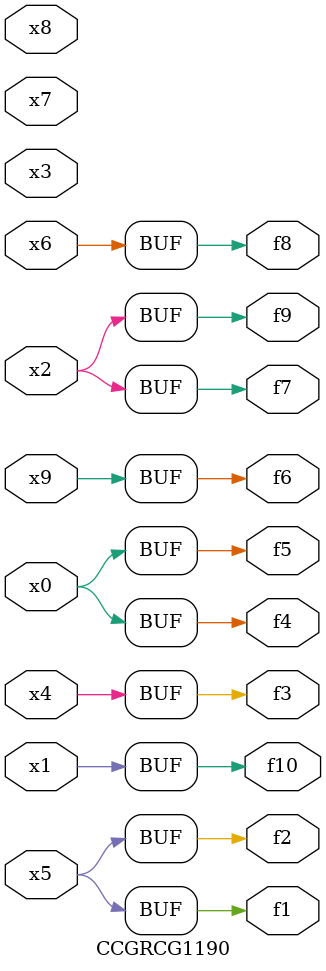
<source format=v>
module CCGRCG1190(
	input x0, x1, x2, x3, x4, x5, x6, x7, x8, x9,
	output f1, f2, f3, f4, f5, f6, f7, f8, f9, f10
);
	assign f1 = x5;
	assign f2 = x5;
	assign f3 = x4;
	assign f4 = x0;
	assign f5 = x0;
	assign f6 = x9;
	assign f7 = x2;
	assign f8 = x6;
	assign f9 = x2;
	assign f10 = x1;
endmodule

</source>
